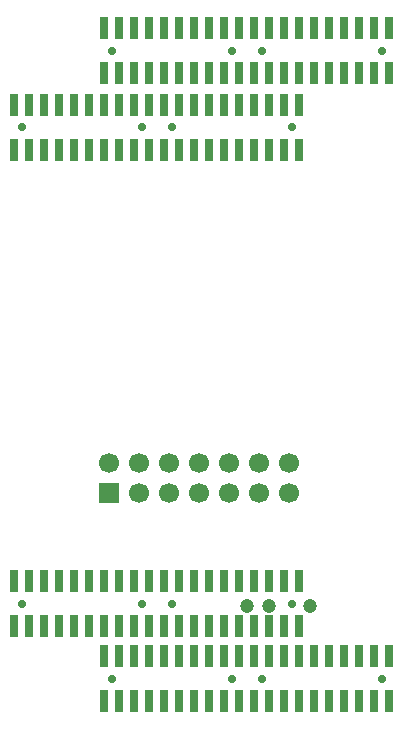
<source format=gbs>
G04 Layer_Color=16711935*
%FSLAX42Y42*%
%MOMM*%
G71*
G01*
G75*
%ADD22R,1.70X1.70*%
%ADD23C,1.70*%
%ADD24C,0.70*%
%ADD25C,1.20*%
%ADD26R,0.80X1.90*%
D22*
X-2476Y1928D02*
D03*
D23*
Y2182D02*
D03*
X-2222Y1928D02*
D03*
Y2182D02*
D03*
X-1968Y1928D02*
D03*
Y2182D02*
D03*
X-1714Y1928D02*
D03*
Y2182D02*
D03*
X-1460Y1928D02*
D03*
Y2182D02*
D03*
X-1206D02*
D03*
Y1928D02*
D03*
X-952Y2182D02*
D03*
Y1928D02*
D03*
D24*
X-1942Y985D02*
D03*
X-926D02*
D03*
X-3212D02*
D03*
X-2196D02*
D03*
X-2450Y5670D02*
D03*
X-1434D02*
D03*
X-1180D02*
D03*
X-164D02*
D03*
X-3212Y5023D02*
D03*
X-2196D02*
D03*
X-1942D02*
D03*
X-926D02*
D03*
X-2450Y350D02*
D03*
X-1434D02*
D03*
X-1180D02*
D03*
X-164D02*
D03*
D25*
X-1308Y970D02*
D03*
X-1118D02*
D03*
X-775D02*
D03*
D26*
X-863Y795D02*
D03*
Y1176D02*
D03*
X-990Y795D02*
D03*
X-1117D02*
D03*
X-990Y1176D02*
D03*
X-1117D02*
D03*
X-1244Y795D02*
D03*
Y1176D02*
D03*
X-1371Y795D02*
D03*
Y1176D02*
D03*
X-1498Y795D02*
D03*
Y1176D02*
D03*
X-1625Y795D02*
D03*
Y1176D02*
D03*
X-1879D02*
D03*
X-2006D02*
D03*
Y795D02*
D03*
X-1879D02*
D03*
X-1752Y1176D02*
D03*
Y795D02*
D03*
X-2133D02*
D03*
Y1176D02*
D03*
X-2260Y795D02*
D03*
X-2387D02*
D03*
X-2260Y1176D02*
D03*
X-2387D02*
D03*
X-2514Y795D02*
D03*
Y1176D02*
D03*
X-2641Y795D02*
D03*
Y1176D02*
D03*
X-2768Y795D02*
D03*
Y1176D02*
D03*
X-2895Y795D02*
D03*
Y1176D02*
D03*
X-3149D02*
D03*
X-3276D02*
D03*
Y795D02*
D03*
X-3149D02*
D03*
X-3022Y1176D02*
D03*
Y795D02*
D03*
X-1370Y5480D02*
D03*
Y5861D02*
D03*
X-1497Y5480D02*
D03*
X-1624D02*
D03*
X-1497Y5861D02*
D03*
X-1624D02*
D03*
X-1751Y5480D02*
D03*
Y5861D02*
D03*
X-1878Y5480D02*
D03*
Y5861D02*
D03*
X-2005Y5480D02*
D03*
Y5861D02*
D03*
X-2132Y5480D02*
D03*
Y5861D02*
D03*
X-2386D02*
D03*
X-2513D02*
D03*
Y5480D02*
D03*
X-2386D02*
D03*
X-2259Y5861D02*
D03*
Y5480D02*
D03*
X-100D02*
D03*
Y5861D02*
D03*
X-227Y5480D02*
D03*
X-354D02*
D03*
X-227Y5861D02*
D03*
X-354D02*
D03*
X-481Y5480D02*
D03*
Y5861D02*
D03*
X-608Y5480D02*
D03*
Y5861D02*
D03*
X-735Y5480D02*
D03*
Y5861D02*
D03*
X-862Y5480D02*
D03*
Y5861D02*
D03*
X-1116D02*
D03*
X-1243D02*
D03*
Y5480D02*
D03*
X-1116D02*
D03*
X-989Y5861D02*
D03*
Y5480D02*
D03*
X-2133Y4832D02*
D03*
Y5213D02*
D03*
X-2260Y4832D02*
D03*
X-2387D02*
D03*
X-2260Y5213D02*
D03*
X-2387D02*
D03*
X-2514Y4832D02*
D03*
Y5213D02*
D03*
X-2641Y4832D02*
D03*
Y5213D02*
D03*
X-2768Y4832D02*
D03*
Y5213D02*
D03*
X-2895Y4832D02*
D03*
Y5213D02*
D03*
X-3149D02*
D03*
X-3276D02*
D03*
Y4832D02*
D03*
X-3149D02*
D03*
X-3022Y5213D02*
D03*
Y4832D02*
D03*
X-863D02*
D03*
Y5213D02*
D03*
X-990Y4832D02*
D03*
X-1117D02*
D03*
X-990Y5213D02*
D03*
X-1117D02*
D03*
X-1244Y4832D02*
D03*
Y5213D02*
D03*
X-1371Y4832D02*
D03*
Y5213D02*
D03*
X-1498Y4832D02*
D03*
Y5213D02*
D03*
X-1625Y4832D02*
D03*
Y5213D02*
D03*
X-1879D02*
D03*
X-2006D02*
D03*
Y4832D02*
D03*
X-1879D02*
D03*
X-1752Y5213D02*
D03*
Y4832D02*
D03*
X-1371Y160D02*
D03*
Y541D02*
D03*
X-1498Y160D02*
D03*
X-1625D02*
D03*
X-1498Y541D02*
D03*
X-1625D02*
D03*
X-1752Y160D02*
D03*
Y541D02*
D03*
X-1879Y160D02*
D03*
Y541D02*
D03*
X-2006Y160D02*
D03*
Y541D02*
D03*
X-2133Y160D02*
D03*
Y541D02*
D03*
X-2387D02*
D03*
X-2514D02*
D03*
Y160D02*
D03*
X-2387D02*
D03*
X-2260Y541D02*
D03*
Y160D02*
D03*
X-101D02*
D03*
Y541D02*
D03*
X-228Y160D02*
D03*
X-355D02*
D03*
X-228Y541D02*
D03*
X-355D02*
D03*
X-482Y160D02*
D03*
Y541D02*
D03*
X-609Y160D02*
D03*
Y541D02*
D03*
X-736Y160D02*
D03*
Y541D02*
D03*
X-863Y160D02*
D03*
Y541D02*
D03*
X-1117D02*
D03*
X-1244D02*
D03*
Y160D02*
D03*
X-1117D02*
D03*
X-990Y541D02*
D03*
Y160D02*
D03*
M02*

</source>
